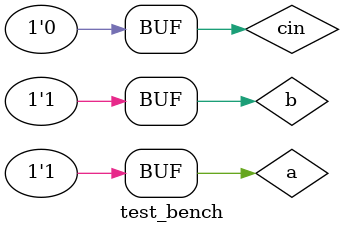
<source format=v>
module halfadder(
input a,
input b,
output s,
output c
);
xor x1(s,a,b);
and a1(c,a,b);
endmodule

module fulladder(a,b,cin,cout,sum);
input a,b,cin;
output cout,sum;
wire c,s,c2;
halfadder h1(a,b,s,c);
halfadder h2(s,cin,sum,c2);
or o1(cout,c,c2);
endmodule

module test_bench();
reg a,b,cin;
wire s,cout;
fulladder f1(a,b,cin,cout,sum);
//halfadder h1(.x(a),.y(b),.sum(s),.carry(c));
initial
begin
a=0;b=0;cin=0;
#10
a=0;b=1;
#10
a=1;b=0;
#10
a=1;b=1;
end
initial
begin
	$monitor("A=%b B=%b Cin=%b  C=%b S=%b \n",a,b,cin,cout,sum);
end
endmodule

</source>
